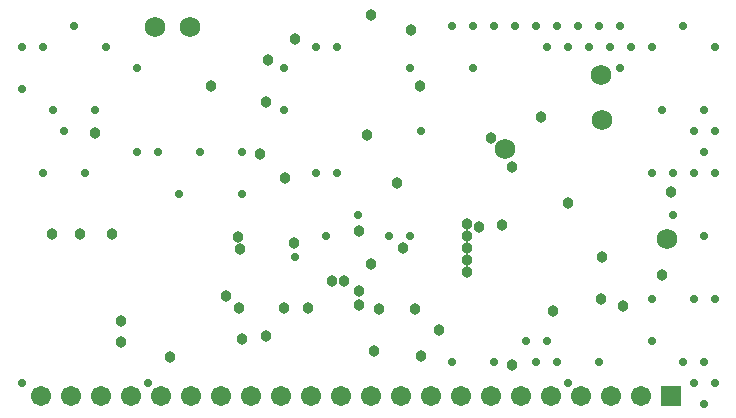
<source format=gbs>
%FSTAX23Y23*%
%MOIN*%
%SFA1B1*%

%IPPOS*%
%ADD58C,0.037992*%
%ADD59C,0.067992*%
%ADD60R,0.067047X0.067047*%
%ADD61C,0.067047*%
%ADD62C,0.027992*%
%LNbackscatter_tag_pcb-1*%
%LPD*%
G54D58*
X0273Y02315D03*
X02905Y03315D03*
X0363Y0223D03*
X03725Y03055D03*
X0348Y027D03*
X02815Y03245D03*
X02872Y02852D03*
X0413Y0253D03*
X0287Y0242D03*
X0295D03*
X03765Y0241D03*
X03186Y02416D03*
X04Y02425D03*
X03305Y02415D03*
X0348Y0254D03*
Y0258D03*
Y0262D03*
X03147Y02995D03*
X0316Y03395D03*
X03245Y02835D03*
X0224Y03004D03*
X0416Y02805D03*
X02095Y02665D03*
X0219D03*
X02295D03*
X02675Y0246D03*
X0272Y0242D03*
X0249Y02255D03*
X02325Y02375D03*
X02625Y0316D03*
X02717Y02657D03*
X02722Y02617D03*
X03322Y0316D03*
X0356Y02985D03*
X0316Y02565D03*
X03385Y02345D03*
X03265Y0262D03*
X0279Y02934D03*
X03291Y03346D03*
X0281Y02325D03*
X0317Y02275D03*
X02325Y02305D03*
X02902Y02637D03*
X03325Y0226D03*
X0348Y0266D03*
X0312Y02475D03*
X0303Y0251D03*
X0307D03*
X0312Y0243D03*
X0393Y0259D03*
X03925Y0245D03*
X0363Y0289D03*
X03595Y02695D03*
X0312Y02675D03*
X03815Y0277D03*
X0352Y0269D03*
X0281Y03106D03*
G54D59*
X04145Y0265D03*
X0244Y03355D03*
X02555D03*
X0393Y03045D03*
X03925Y03195D03*
X03605Y02948D03*
G54D60*
X0416Y02125D03*
G54D61*
X0406Y02125D03*
X0396D03*
X0386D03*
X0376D03*
X0366D03*
X0356D03*
X0346D03*
X0336D03*
X0326D03*
X0316D03*
X0306D03*
X0296D03*
X0286D03*
X0276D03*
X0266D03*
X0256D03*
X0246D03*
X0236D03*
X0226D03*
X0216D03*
X0206D03*
G54D62*
X04305Y0329D03*
X0427Y0308D03*
X04305Y0301D03*
X0427Y0294D03*
X04305Y0287D03*
X0427Y0266D03*
X04305Y0245D03*
X0427Y0224D03*
X04305Y0217D03*
X0427Y021D03*
X042Y0336D03*
X04235Y0301D03*
Y0287D03*
Y0245D03*
X042Y0224D03*
X04235Y0217D03*
X0413Y0308D03*
X04165Y0287D03*
Y0273D03*
X04095Y0329D03*
Y0287D03*
Y0245D03*
Y0231D03*
X0399Y0336D03*
X04025Y0329D03*
X0399Y0322D03*
X0392Y0336D03*
X03955Y0329D03*
X0392Y0224D03*
X0385Y0336D03*
X03885Y0329D03*
X0378Y0336D03*
X03815Y0329D03*
X0378Y0224D03*
X03815Y0217D03*
X0371Y0336D03*
X03745Y0329D03*
Y0231D03*
X0371Y0224D03*
X0364Y0336D03*
X03675Y0231D03*
X0357Y0336D03*
Y0224D03*
X035Y0336D03*
Y0322D03*
X0343Y0336D03*
Y0224D03*
X0329Y0322D03*
X03325Y0301D03*
X0329Y0266D03*
X0322D03*
X03115Y0273D03*
X03045Y0329D03*
Y0287D03*
X0301Y0266D03*
X02975Y0329D03*
Y0287D03*
X0287Y0322D03*
Y0308D03*
X02905Y0259D03*
X0273Y0294D03*
Y028D03*
X0259Y0294D03*
X0252Y028D03*
X0245Y0294D03*
X0238Y0322D03*
Y0294D03*
X02415Y0217D03*
X02275Y0329D03*
X0224Y0308D03*
X0217Y0336D03*
X02205Y0287D03*
X021Y0308D03*
X02135Y0301D03*
X02065Y0329D03*
Y0287D03*
X01995Y0329D03*
Y0315D03*
Y0217D03*
M02*
</source>
